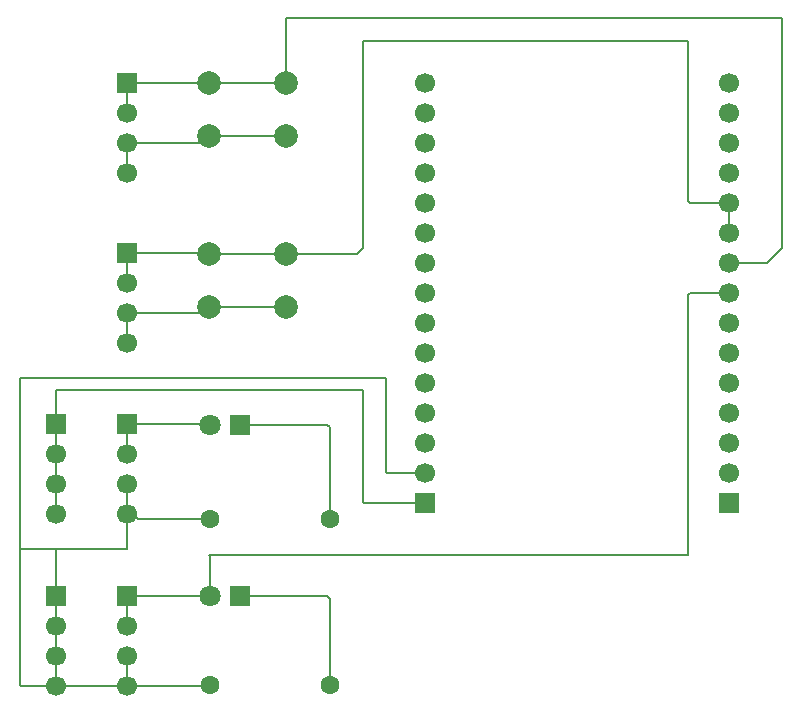
<source format=gbr>
%TF.GenerationSoftware,KiCad,Pcbnew,9.0.3*%
%TF.CreationDate,2025-07-25T18:40:56+02:00*%
%TF.ProjectId,power_control.kicad_proj,706f7765-725f-4636-9f6e-74726f6c2e6b,rev?*%
%TF.SameCoordinates,Original*%
%TF.FileFunction,Copper,L1,Top*%
%TF.FilePolarity,Positive*%
%FSLAX46Y46*%
G04 Gerber Fmt 4.6, Leading zero omitted, Abs format (unit mm)*
G04 Created by KiCad (PCBNEW 9.0.3) date 2025-07-25 18:40:56*
%MOMM*%
%LPD*%
G01*
G04 APERTURE LIST*
%TA.AperFunction,ComponentPad*%
%ADD10C,1.600000*%
%TD*%
%TA.AperFunction,ComponentPad*%
%ADD11R,1.800000X1.800000*%
%TD*%
%TA.AperFunction,ComponentPad*%
%ADD12C,1.800000*%
%TD*%
%TA.AperFunction,ComponentPad*%
%ADD13R,1.700000X1.700000*%
%TD*%
%TA.AperFunction,ComponentPad*%
%ADD14C,1.700000*%
%TD*%
%TA.AperFunction,ComponentPad*%
%ADD15C,2.000000*%
%TD*%
%TA.AperFunction,Conductor*%
%ADD16C,0.200000*%
%TD*%
G04 APERTURE END LIST*
D10*
%TO.P,R1,1*%
%TO.N,GND*%
X57020000Y-97460000D03*
%TO.P,R1,2*%
%TO.N,Net-(D1-K)*%
X67180000Y-97460000D03*
%TD*%
D11*
%TO.P,PWR,1,K*%
%TO.N,Net-(D1-K)*%
X59600000Y-89960000D03*
D12*
%TO.P,PWR,2,A*%
%TO.N,Net-(D1-A)*%
X57060000Y-89960000D03*
%TD*%
D10*
%TO.P,R2,1*%
%TO.N,GND*%
X57020000Y-83460000D03*
%TO.P,R2,2*%
%TO.N,Net-(D2-K)*%
X67180000Y-83460000D03*
%TD*%
D11*
%TO.P,HDD,1,K*%
%TO.N,Net-(D2-K)*%
X59600000Y-75500000D03*
D12*
%TO.P,HDD,2,A*%
%TO.N,Net-(D2-A)*%
X57060000Y-75500000D03*
%TD*%
D13*
%TO.P,5V,1,Pin_1*%
%TO.N,+5V*%
X44000000Y-75380000D03*
D14*
%TO.P,5V,2,Pin_2*%
X44000000Y-77920000D03*
%TO.P,5V,3,Pin_3*%
X44000000Y-80460000D03*
%TO.P,5V,4,Pin_4*%
X44000000Y-83000000D03*
%TD*%
D13*
%TO.P,J7,1,Pin_1*%
%TO.N,+5V*%
X75225000Y-82080000D03*
D14*
%TO.P,J7,2,Pin_2*%
%TO.N,GND*%
X75225000Y-79540000D03*
%TO.P,J7,3,Pin_3*%
%TO.N,unconnected-(J7-Pin_3-Pad3)*%
X75225000Y-77000000D03*
%TO.P,J7,4,Pin_4*%
%TO.N,unconnected-(J7-Pin_4-Pad4)*%
X75225000Y-74460000D03*
%TO.P,J7,5,Pin_5*%
%TO.N,unconnected-(J7-Pin_5-Pad5)*%
X75225000Y-71920000D03*
%TO.P,J7,6,Pin_6*%
%TO.N,unconnected-(J7-Pin_6-Pad6)*%
X75225000Y-69380000D03*
%TO.P,J7,7,Pin_7*%
%TO.N,unconnected-(J7-Pin_7-Pad7)*%
X75225000Y-66840000D03*
%TO.P,J7,8,Pin_8*%
%TO.N,unconnected-(J7-Pin_8-Pad8)*%
X75225000Y-64300000D03*
%TO.P,J7,9,Pin_9*%
%TO.N,unconnected-(J7-Pin_9-Pad9)*%
X75225000Y-61760000D03*
%TO.P,J7,10,Pin_10*%
%TO.N,unconnected-(J7-Pin_10-Pad10)*%
X75225000Y-59220000D03*
%TO.P,J7,11,Pin_11*%
%TO.N,unconnected-(J7-Pin_11-Pad11)*%
X75225000Y-56680000D03*
%TO.P,J7,12,Pin_12*%
%TO.N,unconnected-(J7-Pin_12-Pad12)*%
X75225000Y-54140000D03*
%TO.P,J7,13,Pin_13*%
%TO.N,unconnected-(J7-Pin_13-Pad13)*%
X75225000Y-51600000D03*
%TO.P,J7,14,Pin_14*%
%TO.N,unconnected-(J7-Pin_14-Pad14)*%
X75225000Y-49060000D03*
%TO.P,J7,15,Pin_15*%
%TO.N,unconnected-(J7-Pin_15-Pad15)*%
X75225000Y-46520000D03*
%TD*%
D15*
%TO.P,RST,1,1*%
%TO.N,Net-(J6-Pin_3)*%
X63500000Y-51000000D03*
X57000000Y-51000000D03*
%TO.P,RST,2,2*%
%TO.N,Net-(J6-Pin_1)*%
X63500000Y-46500000D03*
X57000000Y-46500000D03*
%TD*%
D13*
%TO.P,GND,1,Pin_1*%
%TO.N,GND*%
X44000000Y-89960000D03*
D14*
%TO.P,GND,2,Pin_2*%
X44000000Y-92500000D03*
%TO.P,GND,3,Pin_3*%
X44000000Y-95040000D03*
%TO.P,GND,4,Pin_4*%
X44000000Y-97580000D03*
%TD*%
D13*
%TO.P,RST,1,Pin_1*%
%TO.N,Net-(J6-Pin_1)*%
X50000000Y-46500000D03*
D14*
%TO.P,RST,2,Pin_2*%
X50000000Y-49040000D03*
%TO.P,RST,3,Pin_3*%
%TO.N,Net-(J6-Pin_3)*%
X50000000Y-51580000D03*
%TO.P,RST,4,Pin_4*%
X50000000Y-54120000D03*
%TD*%
D13*
%TO.P,PWR,1,Pin_1*%
%TO.N,Net-(J5-Pin_1)*%
X50000000Y-60960000D03*
D14*
%TO.P,PWR,2,Pin_2*%
X50000000Y-63500000D03*
%TO.P,PWR,3,Pin_3*%
%TO.N,Net-(J5-Pin_3)*%
X50000000Y-66040000D03*
%TO.P,PWR,4,Pin_4*%
X50000000Y-68580000D03*
%TD*%
D13*
%TO.P,HDD,1,Pin_1*%
%TO.N,Net-(D2-A)*%
X50000000Y-75420000D03*
D14*
%TO.P,HDD,2,Pin_2*%
X50000000Y-77960000D03*
%TO.P,HDD,3,Pin_3*%
%TO.N,GND*%
X50000000Y-80500000D03*
%TO.P,HDD,4,Pin_4*%
X50000000Y-83040000D03*
%TD*%
D13*
%TO.P,J8,1,Pin_1*%
%TO.N,unconnected-(J8-Pin_1-Pad1)*%
X101000000Y-82080000D03*
D14*
%TO.P,J8,2,Pin_2*%
%TO.N,unconnected-(J8-Pin_2-Pad2)*%
X101000000Y-79540000D03*
%TO.P,J8,3,Pin_3*%
%TO.N,unconnected-(J8-Pin_3-Pad3)*%
X101000000Y-77000000D03*
%TO.P,J8,4,Pin_4*%
%TO.N,unconnected-(J8-Pin_4-Pad4)*%
X101000000Y-74460000D03*
%TO.P,J8,5,Pin_5*%
%TO.N,unconnected-(J8-Pin_5-Pad5)*%
X101000000Y-71920000D03*
%TO.P,J8,6,Pin_6*%
%TO.N,unconnected-(J8-Pin_6-Pad6)*%
X101000000Y-69380000D03*
%TO.P,J8,7,Pin_7*%
%TO.N,unconnected-(J8-Pin_7-Pad7)*%
X101000000Y-66840000D03*
%TO.P,J8,8,Pin_8*%
%TO.N,Net-(D1-A)*%
X101000000Y-64300000D03*
%TO.P,J8,9,Pin_9*%
%TO.N,Net-(J6-Pin_1)*%
X101000000Y-61760000D03*
%TO.P,J8,10,Pin_10*%
%TO.N,Net-(J5-Pin_1)*%
X101000000Y-59220000D03*
%TO.P,J8,11,Pin_11*%
X101000000Y-56680000D03*
%TO.P,J8,12,Pin_12*%
%TO.N,unconnected-(J8-Pin_12-Pad12)*%
X101000000Y-54140000D03*
%TO.P,J8,13,Pin_13*%
%TO.N,unconnected-(J8-Pin_13-Pad13)*%
X101000000Y-51600000D03*
%TO.P,J8,14,Pin_14*%
%TO.N,unconnected-(J8-Pin_14-Pad14)*%
X101000000Y-49060000D03*
%TO.P,J8,15,Pin_15*%
%TO.N,unconnected-(J8-Pin_15-Pad15)*%
X101000000Y-46520000D03*
%TD*%
D15*
%TO.P,PWR,1,1*%
%TO.N,Net-(J5-Pin_3)*%
X63500000Y-65500000D03*
X57000000Y-65500000D03*
%TO.P,PWR,2,2*%
%TO.N,Net-(J5-Pin_1)*%
X63500000Y-61000000D03*
X57000000Y-61000000D03*
%TD*%
D13*
%TO.P,PWR,1,Pin_1*%
%TO.N,Net-(D1-A)*%
X50000000Y-89960000D03*
D14*
%TO.P,PWR,2,Pin_2*%
X50000000Y-92500000D03*
%TO.P,PWR,3,Pin_3*%
%TO.N,GND*%
X50000000Y-95040000D03*
%TO.P,PWR,4,Pin_4*%
X50000000Y-97580000D03*
%TD*%
D16*
%TO.N,Net-(J6-Pin_3)*%
X57000000Y-51000000D02*
X63500000Y-51000000D01*
X50000000Y-51580000D02*
X56420000Y-51580000D01*
X56420000Y-51580000D02*
X57000000Y-51000000D01*
X50000000Y-54120000D02*
X50000000Y-51580000D01*
%TO.N,Net-(J5-Pin_1)*%
X70000000Y-60500000D02*
X70000000Y-43000000D01*
X101000000Y-56680000D02*
X97680000Y-56680000D01*
X101000000Y-59220000D02*
X101000000Y-56680000D01*
X57000000Y-61000000D02*
X63500000Y-61000000D01*
X50000000Y-60960000D02*
X56960000Y-60960000D01*
X56960000Y-60960000D02*
X57000000Y-61000000D01*
X50000000Y-63500000D02*
X50000000Y-60960000D01*
%TO.N,Net-(D1-K)*%
X59600000Y-89960000D02*
X66960000Y-89960000D01*
X66960000Y-89960000D02*
X67180000Y-90180000D01*
X67180000Y-90180000D02*
X67180000Y-97460000D01*
%TO.N,Net-(D1-A)*%
X50000000Y-89960000D02*
X50000000Y-92500000D01*
X97700000Y-64300000D02*
X97500000Y-64500000D01*
X50000000Y-89960000D02*
X57060000Y-89960000D01*
X57060000Y-86560000D02*
X57060000Y-89960000D01*
X57000000Y-86500000D02*
X57060000Y-86560000D01*
X101000000Y-64300000D02*
X97700000Y-64300000D01*
X97500000Y-64500000D02*
X97500000Y-86500000D01*
X97500000Y-86500000D02*
X57000000Y-86500000D01*
%TO.N,Net-(D2-K)*%
X59600000Y-75500000D02*
X67000000Y-75500000D01*
X67000000Y-75500000D02*
X67180000Y-75680000D01*
X67180000Y-75680000D02*
X67180000Y-83460000D01*
%TO.N,Net-(D2-A)*%
X56980000Y-75420000D02*
X57060000Y-75500000D01*
X50000000Y-75420000D02*
X50000000Y-77960000D01*
X50000000Y-75420000D02*
X56980000Y-75420000D01*
%TO.N,+5V*%
X44000000Y-75380000D02*
X44000000Y-77920000D01*
X70000000Y-82000000D02*
X70080000Y-82080000D01*
X70000000Y-72500000D02*
X70000000Y-82000000D01*
X70080000Y-82080000D02*
X75225000Y-82080000D01*
X44000000Y-80460000D02*
X44000000Y-83000000D01*
X44000000Y-72500000D02*
X70000000Y-72500000D01*
X44000000Y-75380000D02*
X44000000Y-72500000D01*
X44000000Y-77920000D02*
X44000000Y-80460000D01*
%TO.N,GND*%
X50000000Y-83040000D02*
X50540000Y-83040000D01*
X50000000Y-95040000D02*
X50000000Y-97580000D01*
X72040000Y-79540000D02*
X72000000Y-79500000D01*
X41000000Y-97500000D02*
X41000000Y-86000000D01*
X50000000Y-86000000D02*
X44000000Y-86000000D01*
X50000000Y-80500000D02*
X50000000Y-83040000D01*
X72000000Y-79500000D02*
X72000000Y-71500000D01*
X44000000Y-86000000D02*
X44000000Y-89960000D01*
X50540000Y-83040000D02*
X50960000Y-83460000D01*
X50000000Y-83040000D02*
X50000000Y-86000000D01*
X72000000Y-71500000D02*
X41000000Y-71500000D01*
X44000000Y-95040000D02*
X44000000Y-97580000D01*
X41000000Y-86000000D02*
X44000000Y-86000000D01*
X44000000Y-97580000D02*
X41080000Y-97580000D01*
X50000000Y-97580000D02*
X56900000Y-97580000D01*
X41080000Y-97580000D02*
X41000000Y-97500000D01*
X44000000Y-89960000D02*
X44000000Y-92500000D01*
X75225000Y-79540000D02*
X72040000Y-79540000D01*
X41000000Y-71500000D02*
X41000000Y-86000000D01*
X50960000Y-83460000D02*
X57020000Y-83460000D01*
X44000000Y-97580000D02*
X50000000Y-97580000D01*
X44000000Y-92500000D02*
X44000000Y-95040000D01*
X56900000Y-97580000D02*
X57020000Y-97460000D01*
%TO.N,Net-(J5-Pin_1)*%
X97500000Y-56500000D02*
X97680000Y-56680000D01*
X70000000Y-43000000D02*
X97500000Y-43000000D01*
X97500000Y-43000000D02*
X97500000Y-56500000D01*
X69500000Y-61000000D02*
X63500000Y-61000000D01*
X70000000Y-60500000D02*
X69500000Y-61000000D01*
%TO.N,Net-(J5-Pin_3)*%
X63500000Y-65500000D02*
X57000000Y-65500000D01*
X50000000Y-66040000D02*
X50000000Y-68580000D01*
X56460000Y-66040000D02*
X57000000Y-65500000D01*
X50000000Y-66040000D02*
X56460000Y-66040000D01*
%TO.N,Net-(J6-Pin_1)*%
X50000000Y-46380000D02*
X50000000Y-48920000D01*
X50000000Y-46500000D02*
X57000000Y-46500000D01*
X63500000Y-46500000D02*
X63500000Y-41000000D01*
X63500000Y-46500000D02*
X57000000Y-46500000D01*
X63500000Y-41000000D02*
X105500000Y-41000000D01*
X104240000Y-61760000D02*
X101000000Y-61760000D01*
X104240000Y-61760000D02*
X105500000Y-60500000D01*
X105500000Y-41000000D02*
X105500000Y-60500000D01*
%TD*%
M02*

</source>
